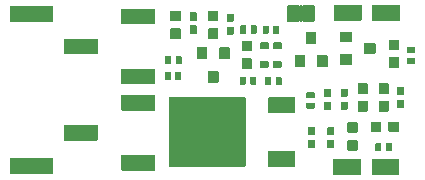
<source format=gbr>
G04 #@! TF.GenerationSoftware,KiCad,Pcbnew,(5.1.10)-1*
G04 #@! TF.CreationDate,2021-08-26T20:53:31-05:00*
G04 #@! TF.ProjectId,OGPsim,4f475073-696d-42e6-9b69-6361645f7063,rev?*
G04 #@! TF.SameCoordinates,Original*
G04 #@! TF.FileFunction,Soldermask,Top*
G04 #@! TF.FilePolarity,Negative*
%FSLAX46Y46*%
G04 Gerber Fmt 4.6, Leading zero omitted, Abs format (unit mm)*
G04 Created by KiCad (PCBNEW (5.1.10)-1) date 2021-08-26 20:53:31*
%MOMM*%
%LPD*%
G01*
G04 APERTURE LIST*
%ADD10C,0.100000*%
G04 APERTURE END LIST*
G36*
G01*
X151227600Y-89648600D02*
X150727600Y-89648600D01*
G75*
G02*
X150676600Y-89597600I0J51000D01*
G01*
X150676600Y-88997600D01*
G75*
G02*
X150727600Y-88946600I51000J0D01*
G01*
X151227600Y-88946600D01*
G75*
G02*
X151278600Y-88997600I0J-51000D01*
G01*
X151278600Y-89597600D01*
G75*
G02*
X151227600Y-89648600I-51000J0D01*
G01*
G37*
G36*
G01*
X151227600Y-88548600D02*
X150727600Y-88548600D01*
G75*
G02*
X150676600Y-88497600I0J51000D01*
G01*
X150676600Y-87897600D01*
G75*
G02*
X150727600Y-87846600I51000J0D01*
G01*
X151227600Y-87846600D01*
G75*
G02*
X151278600Y-87897600I0J-51000D01*
G01*
X151278600Y-88497600D01*
G75*
G02*
X151227600Y-88548600I-51000J0D01*
G01*
G37*
G36*
G01*
X155333000Y-90326400D02*
X155333000Y-90826400D01*
G75*
G02*
X155282000Y-90877400I-51000J0D01*
G01*
X154682000Y-90877400D01*
G75*
G02*
X154631000Y-90826400I0J51000D01*
G01*
X154631000Y-90326400D01*
G75*
G02*
X154682000Y-90275400I51000J0D01*
G01*
X155282000Y-90275400D01*
G75*
G02*
X155333000Y-90326400I0J-51000D01*
G01*
G37*
G36*
G01*
X154233000Y-90326400D02*
X154233000Y-90826400D01*
G75*
G02*
X154182000Y-90877400I-51000J0D01*
G01*
X153582000Y-90877400D01*
G75*
G02*
X153531000Y-90826400I0J51000D01*
G01*
X153531000Y-90326400D01*
G75*
G02*
X153582000Y-90275400I51000J0D01*
G01*
X154182000Y-90275400D01*
G75*
G02*
X154233000Y-90326400I0J-51000D01*
G01*
G37*
G36*
G01*
X153531000Y-92401200D02*
X153531000Y-91901200D01*
G75*
G02*
X153582000Y-91850200I51000J0D01*
G01*
X154182000Y-91850200D01*
G75*
G02*
X154233000Y-91901200I0J-51000D01*
G01*
X154233000Y-92401200D01*
G75*
G02*
X154182000Y-92452200I-51000J0D01*
G01*
X153582000Y-92452200D01*
G75*
G02*
X153531000Y-92401200I0J51000D01*
G01*
G37*
G36*
G01*
X154631000Y-92401200D02*
X154631000Y-91901200D01*
G75*
G02*
X154682000Y-91850200I51000J0D01*
G01*
X155282000Y-91850200D01*
G75*
G02*
X155333000Y-91901200I0J-51000D01*
G01*
X155333000Y-92401200D01*
G75*
G02*
X155282000Y-92452200I-51000J0D01*
G01*
X154682000Y-92452200D01*
G75*
G02*
X154631000Y-92401200I0J51000D01*
G01*
G37*
G36*
G01*
X164357400Y-96146200D02*
X163607400Y-96146200D01*
G75*
G02*
X163556400Y-96095200I0J51000D01*
G01*
X163556400Y-95295200D01*
G75*
G02*
X163607400Y-95244200I51000J0D01*
G01*
X164357400Y-95244200D01*
G75*
G02*
X164408400Y-95295200I0J-51000D01*
G01*
X164408400Y-96095200D01*
G75*
G02*
X164357400Y-96146200I-51000J0D01*
G01*
G37*
G36*
G01*
X164357400Y-94646200D02*
X163607400Y-94646200D01*
G75*
G02*
X163556400Y-94595200I0J51000D01*
G01*
X163556400Y-93795200D01*
G75*
G02*
X163607400Y-93744200I51000J0D01*
G01*
X164357400Y-93744200D01*
G75*
G02*
X164408400Y-93795200I0J-51000D01*
G01*
X164408400Y-94595200D01*
G75*
G02*
X164357400Y-94646200I-51000J0D01*
G01*
G37*
G36*
G01*
X165654800Y-94746200D02*
X165154800Y-94746200D01*
G75*
G02*
X165103800Y-94695200I0J51000D01*
G01*
X165103800Y-94095200D01*
G75*
G02*
X165154800Y-94044200I51000J0D01*
G01*
X165654800Y-94044200D01*
G75*
G02*
X165705800Y-94095200I0J-51000D01*
G01*
X165705800Y-94695200D01*
G75*
G02*
X165654800Y-94746200I-51000J0D01*
G01*
G37*
G36*
G01*
X165654800Y-95846200D02*
X165154800Y-95846200D01*
G75*
G02*
X165103800Y-95795200I0J51000D01*
G01*
X165103800Y-95195200D01*
G75*
G02*
X165154800Y-95144200I51000J0D01*
G01*
X165654800Y-95144200D01*
G75*
G02*
X165705800Y-95195200I0J-51000D01*
G01*
X165705800Y-95795200D01*
G75*
G02*
X165654800Y-95846200I-51000J0D01*
G01*
G37*
G36*
G01*
X148128800Y-88447000D02*
X147628800Y-88447000D01*
G75*
G02*
X147577800Y-88396000I0J51000D01*
G01*
X147577800Y-87796000D01*
G75*
G02*
X147628800Y-87745000I51000J0D01*
G01*
X148128800Y-87745000D01*
G75*
G02*
X148179800Y-87796000I0J-51000D01*
G01*
X148179800Y-88396000D01*
G75*
G02*
X148128800Y-88447000I-51000J0D01*
G01*
G37*
G36*
G01*
X148128800Y-89547000D02*
X147628800Y-89547000D01*
G75*
G02*
X147577800Y-89496000I0J51000D01*
G01*
X147577800Y-88896000D01*
G75*
G02*
X147628800Y-88845000I51000J0D01*
G01*
X148128800Y-88845000D01*
G75*
G02*
X148179800Y-88896000I0J-51000D01*
G01*
X148179800Y-89496000D01*
G75*
G02*
X148128800Y-89547000I-51000J0D01*
G01*
G37*
G36*
G01*
X160965800Y-97046200D02*
X161715800Y-97046200D01*
G75*
G02*
X161766800Y-97097200I0J-51000D01*
G01*
X161766800Y-97897200D01*
G75*
G02*
X161715800Y-97948200I-51000J0D01*
G01*
X160965800Y-97948200D01*
G75*
G02*
X160914800Y-97897200I0J51000D01*
G01*
X160914800Y-97097200D01*
G75*
G02*
X160965800Y-97046200I51000J0D01*
G01*
G37*
G36*
G01*
X160965800Y-98546200D02*
X161715800Y-98546200D01*
G75*
G02*
X161766800Y-98597200I0J-51000D01*
G01*
X161766800Y-99397200D01*
G75*
G02*
X161715800Y-99448200I-51000J0D01*
G01*
X160965800Y-99448200D01*
G75*
G02*
X160914800Y-99397200I0J51000D01*
G01*
X160914800Y-98597200D01*
G75*
G02*
X160965800Y-98546200I51000J0D01*
G01*
G37*
G36*
G01*
X159262000Y-98547800D02*
X159762000Y-98547800D01*
G75*
G02*
X159813000Y-98598800I0J-51000D01*
G01*
X159813000Y-99198800D01*
G75*
G02*
X159762000Y-99249800I-51000J0D01*
G01*
X159262000Y-99249800D01*
G75*
G02*
X159211000Y-99198800I0J51000D01*
G01*
X159211000Y-98598800D01*
G75*
G02*
X159262000Y-98547800I51000J0D01*
G01*
G37*
G36*
G01*
X159262000Y-97447800D02*
X159762000Y-97447800D01*
G75*
G02*
X159813000Y-97498800I0J-51000D01*
G01*
X159813000Y-98098800D01*
G75*
G02*
X159762000Y-98149800I-51000J0D01*
G01*
X159262000Y-98149800D01*
G75*
G02*
X159211000Y-98098800I0J51000D01*
G01*
X159211000Y-97498800D01*
G75*
G02*
X159262000Y-97447800I51000J0D01*
G01*
G37*
G36*
G01*
X157636400Y-98547800D02*
X158136400Y-98547800D01*
G75*
G02*
X158187400Y-98598800I0J-51000D01*
G01*
X158187400Y-99198800D01*
G75*
G02*
X158136400Y-99249800I-51000J0D01*
G01*
X157636400Y-99249800D01*
G75*
G02*
X157585400Y-99198800I0J51000D01*
G01*
X157585400Y-98598800D01*
G75*
G02*
X157636400Y-98547800I51000J0D01*
G01*
G37*
G36*
G01*
X157636400Y-97447800D02*
X158136400Y-97447800D01*
G75*
G02*
X158187400Y-97498800I0J-51000D01*
G01*
X158187400Y-98098800D01*
G75*
G02*
X158136400Y-98149800I-51000J0D01*
G01*
X157636400Y-98149800D01*
G75*
G02*
X157585400Y-98098800I0J51000D01*
G01*
X157585400Y-97498800D01*
G75*
G02*
X157636400Y-97447800I51000J0D01*
G01*
G37*
G36*
G01*
X162579400Y-94646200D02*
X161829400Y-94646200D01*
G75*
G02*
X161778400Y-94595200I0J51000D01*
G01*
X161778400Y-93795200D01*
G75*
G02*
X161829400Y-93744200I51000J0D01*
G01*
X162579400Y-93744200D01*
G75*
G02*
X162630400Y-93795200I0J-51000D01*
G01*
X162630400Y-94595200D01*
G75*
G02*
X162579400Y-94646200I-51000J0D01*
G01*
G37*
G36*
G01*
X162579400Y-96146200D02*
X161829400Y-96146200D01*
G75*
G02*
X161778400Y-96095200I0J51000D01*
G01*
X161778400Y-95295200D01*
G75*
G02*
X161829400Y-95244200I51000J0D01*
G01*
X162579400Y-95244200D01*
G75*
G02*
X162630400Y-95295200I0J-51000D01*
G01*
X162630400Y-96095200D01*
G75*
G02*
X162579400Y-96146200I-51000J0D01*
G01*
G37*
G36*
G01*
X160879600Y-95998600D02*
X160379600Y-95998600D01*
G75*
G02*
X160328600Y-95947600I0J51000D01*
G01*
X160328600Y-95347600D01*
G75*
G02*
X160379600Y-95296600I51000J0D01*
G01*
X160879600Y-95296600D01*
G75*
G02*
X160930600Y-95347600I0J-51000D01*
G01*
X160930600Y-95947600D01*
G75*
G02*
X160879600Y-95998600I-51000J0D01*
G01*
G37*
G36*
G01*
X160879600Y-94898600D02*
X160379600Y-94898600D01*
G75*
G02*
X160328600Y-94847600I0J51000D01*
G01*
X160328600Y-94247600D01*
G75*
G02*
X160379600Y-94196600I51000J0D01*
G01*
X160879600Y-94196600D01*
G75*
G02*
X160930600Y-94247600I0J-51000D01*
G01*
X160930600Y-94847600D01*
G75*
G02*
X160879600Y-94898600I-51000J0D01*
G01*
G37*
G36*
G01*
X159457200Y-94898600D02*
X158957200Y-94898600D01*
G75*
G02*
X158906200Y-94847600I0J51000D01*
G01*
X158906200Y-94247600D01*
G75*
G02*
X158957200Y-94196600I51000J0D01*
G01*
X159457200Y-94196600D01*
G75*
G02*
X159508200Y-94247600I0J-51000D01*
G01*
X159508200Y-94847600D01*
G75*
G02*
X159457200Y-94898600I-51000J0D01*
G01*
G37*
G36*
G01*
X159457200Y-95998600D02*
X158957200Y-95998600D01*
G75*
G02*
X158906200Y-95947600I0J51000D01*
G01*
X158906200Y-95347600D01*
G75*
G02*
X158957200Y-95296600I51000J0D01*
G01*
X159457200Y-95296600D01*
G75*
G02*
X159508200Y-95347600I0J-51000D01*
G01*
X159508200Y-95947600D01*
G75*
G02*
X159457200Y-95998600I-51000J0D01*
G01*
G37*
G36*
G01*
X152025000Y-91637400D02*
X152775000Y-91637400D01*
G75*
G02*
X152826000Y-91688400I0J-51000D01*
G01*
X152826000Y-92488400D01*
G75*
G02*
X152775000Y-92539400I-51000J0D01*
G01*
X152025000Y-92539400D01*
G75*
G02*
X151974000Y-92488400I0J51000D01*
G01*
X151974000Y-91688400D01*
G75*
G02*
X152025000Y-91637400I51000J0D01*
G01*
G37*
G36*
G01*
X152025000Y-90137400D02*
X152775000Y-90137400D01*
G75*
G02*
X152826000Y-90188400I0J-51000D01*
G01*
X152826000Y-90988400D01*
G75*
G02*
X152775000Y-91039400I-51000J0D01*
G01*
X152025000Y-91039400D01*
G75*
G02*
X151974000Y-90988400I0J51000D01*
G01*
X151974000Y-90188400D01*
G75*
G02*
X152025000Y-90137400I51000J0D01*
G01*
G37*
G36*
G01*
X149930200Y-89999400D02*
X149180200Y-89999400D01*
G75*
G02*
X149129200Y-89948400I0J51000D01*
G01*
X149129200Y-89148400D01*
G75*
G02*
X149180200Y-89097400I51000J0D01*
G01*
X149930200Y-89097400D01*
G75*
G02*
X149981200Y-89148400I0J-51000D01*
G01*
X149981200Y-89948400D01*
G75*
G02*
X149930200Y-89999400I-51000J0D01*
G01*
G37*
G36*
G01*
X149930200Y-88499400D02*
X149180200Y-88499400D01*
G75*
G02*
X149129200Y-88448400I0J51000D01*
G01*
X149129200Y-87648400D01*
G75*
G02*
X149180200Y-87597400I51000J0D01*
G01*
X149930200Y-87597400D01*
G75*
G02*
X149981200Y-87648400I0J-51000D01*
G01*
X149981200Y-88448400D01*
G75*
G02*
X149930200Y-88499400I-51000J0D01*
G01*
G37*
G36*
G01*
X164471000Y-91535800D02*
X165221000Y-91535800D01*
G75*
G02*
X165272000Y-91586800I0J-51000D01*
G01*
X165272000Y-92386800D01*
G75*
G02*
X165221000Y-92437800I-51000J0D01*
G01*
X164471000Y-92437800D01*
G75*
G02*
X164420000Y-92386800I0J51000D01*
G01*
X164420000Y-91586800D01*
G75*
G02*
X164471000Y-91535800I51000J0D01*
G01*
G37*
G36*
G01*
X164471000Y-90035800D02*
X165221000Y-90035800D01*
G75*
G02*
X165272000Y-90086800I0J-51000D01*
G01*
X165272000Y-90886800D01*
G75*
G02*
X165221000Y-90937800I-51000J0D01*
G01*
X164471000Y-90937800D01*
G75*
G02*
X164420000Y-90886800I0J51000D01*
G01*
X164420000Y-90086800D01*
G75*
G02*
X164471000Y-90035800I51000J0D01*
G01*
G37*
G36*
G01*
X146729800Y-89999400D02*
X145979800Y-89999400D01*
G75*
G02*
X145928800Y-89948400I0J51000D01*
G01*
X145928800Y-89148400D01*
G75*
G02*
X145979800Y-89097400I51000J0D01*
G01*
X146729800Y-89097400D01*
G75*
G02*
X146780800Y-89148400I0J-51000D01*
G01*
X146780800Y-89948400D01*
G75*
G02*
X146729800Y-89999400I-51000J0D01*
G01*
G37*
G36*
G01*
X146729800Y-88499400D02*
X145979800Y-88499400D01*
G75*
G02*
X145928800Y-88448400I0J51000D01*
G01*
X145928800Y-87648400D01*
G75*
G02*
X145979800Y-87597400I51000J0D01*
G01*
X146729800Y-87597400D01*
G75*
G02*
X146780800Y-87648400I0J-51000D01*
G01*
X146780800Y-88448400D01*
G75*
G02*
X146729800Y-88499400I-51000J0D01*
G01*
G37*
G36*
G01*
X163785000Y-97059400D02*
X163785000Y-97809400D01*
G75*
G02*
X163734000Y-97860400I-51000J0D01*
G01*
X162934000Y-97860400D01*
G75*
G02*
X162883000Y-97809400I0J51000D01*
G01*
X162883000Y-97059400D01*
G75*
G02*
X162934000Y-97008400I51000J0D01*
G01*
X163734000Y-97008400D01*
G75*
G02*
X163785000Y-97059400I0J-51000D01*
G01*
G37*
G36*
G01*
X165285000Y-97059400D02*
X165285000Y-97809400D01*
G75*
G02*
X165234000Y-97860400I-51000J0D01*
G01*
X164434000Y-97860400D01*
G75*
G02*
X164383000Y-97809400I0J51000D01*
G01*
X164383000Y-97059400D01*
G75*
G02*
X164434000Y-97008400I51000J0D01*
G01*
X165234000Y-97008400D01*
G75*
G02*
X165285000Y-97059400I0J-51000D01*
G01*
G37*
G36*
G01*
X149155200Y-92701000D02*
X149955200Y-92701000D01*
G75*
G02*
X150006200Y-92752000I0J-51000D01*
G01*
X150006200Y-93652000D01*
G75*
G02*
X149955200Y-93703000I-51000J0D01*
G01*
X149155200Y-93703000D01*
G75*
G02*
X149104200Y-93652000I0J51000D01*
G01*
X149104200Y-92752000D01*
G75*
G02*
X149155200Y-92701000I51000J0D01*
G01*
G37*
G36*
G01*
X148205200Y-90701000D02*
X149005200Y-90701000D01*
G75*
G02*
X149056200Y-90752000I0J-51000D01*
G01*
X149056200Y-91652000D01*
G75*
G02*
X149005200Y-91703000I-51000J0D01*
G01*
X148205200Y-91703000D01*
G75*
G02*
X148154200Y-91652000I0J51000D01*
G01*
X148154200Y-90752000D01*
G75*
G02*
X148205200Y-90701000I51000J0D01*
G01*
G37*
G36*
G01*
X150105200Y-90701000D02*
X150905200Y-90701000D01*
G75*
G02*
X150956200Y-90752000I0J-51000D01*
G01*
X150956200Y-91652000D01*
G75*
G02*
X150905200Y-91703000I-51000J0D01*
G01*
X150105200Y-91703000D01*
G75*
G02*
X150054200Y-91652000I0J51000D01*
G01*
X150054200Y-90752000D01*
G75*
G02*
X150105200Y-90701000I51000J0D01*
G01*
G37*
G36*
G01*
X158235600Y-90382200D02*
X157435600Y-90382200D01*
G75*
G02*
X157384600Y-90331200I0J51000D01*
G01*
X157384600Y-89431200D01*
G75*
G02*
X157435600Y-89380200I51000J0D01*
G01*
X158235600Y-89380200D01*
G75*
G02*
X158286600Y-89431200I0J-51000D01*
G01*
X158286600Y-90331200D01*
G75*
G02*
X158235600Y-90382200I-51000J0D01*
G01*
G37*
G36*
G01*
X159185600Y-92382200D02*
X158385600Y-92382200D01*
G75*
G02*
X158334600Y-92331200I0J51000D01*
G01*
X158334600Y-91431200D01*
G75*
G02*
X158385600Y-91380200I51000J0D01*
G01*
X159185600Y-91380200D01*
G75*
G02*
X159236600Y-91431200I0J-51000D01*
G01*
X159236600Y-92331200D01*
G75*
G02*
X159185600Y-92382200I-51000J0D01*
G01*
G37*
G36*
G01*
X157285600Y-92382200D02*
X156485600Y-92382200D01*
G75*
G02*
X156434600Y-92331200I0J51000D01*
G01*
X156434600Y-91431200D01*
G75*
G02*
X156485600Y-91380200I51000J0D01*
G01*
X157285600Y-91380200D01*
G75*
G02*
X157336600Y-91431200I0J-51000D01*
G01*
X157336600Y-92331200D01*
G75*
G02*
X157285600Y-92382200I-51000J0D01*
G01*
G37*
G36*
G01*
X160297000Y-90229600D02*
X160297000Y-89429600D01*
G75*
G02*
X160348000Y-89378600I51000J0D01*
G01*
X161248000Y-89378600D01*
G75*
G02*
X161299000Y-89429600I0J-51000D01*
G01*
X161299000Y-90229600D01*
G75*
G02*
X161248000Y-90280600I-51000J0D01*
G01*
X160348000Y-90280600D01*
G75*
G02*
X160297000Y-90229600I0J51000D01*
G01*
G37*
G36*
G01*
X160297000Y-92129600D02*
X160297000Y-91329600D01*
G75*
G02*
X160348000Y-91278600I51000J0D01*
G01*
X161248000Y-91278600D01*
G75*
G02*
X161299000Y-91329600I0J-51000D01*
G01*
X161299000Y-92129600D01*
G75*
G02*
X161248000Y-92180600I-51000J0D01*
G01*
X160348000Y-92180600D01*
G75*
G02*
X160297000Y-92129600I0J51000D01*
G01*
G37*
G36*
G01*
X162297000Y-91179600D02*
X162297000Y-90379600D01*
G75*
G02*
X162348000Y-90328600I51000J0D01*
G01*
X163248000Y-90328600D01*
G75*
G02*
X163299000Y-90379600I0J-51000D01*
G01*
X163299000Y-91179600D01*
G75*
G02*
X163248000Y-91230600I-51000J0D01*
G01*
X162348000Y-91230600D01*
G75*
G02*
X162297000Y-91179600I0J51000D01*
G01*
G37*
G36*
G01*
X166619200Y-91190200D02*
X166019200Y-91190200D01*
G75*
G02*
X165968200Y-91139200I0J51000D01*
G01*
X165968200Y-90739200D01*
G75*
G02*
X166019200Y-90688200I51000J0D01*
G01*
X166619200Y-90688200D01*
G75*
G02*
X166670200Y-90739200I0J-51000D01*
G01*
X166670200Y-91139200D01*
G75*
G02*
X166619200Y-91190200I-51000J0D01*
G01*
G37*
G36*
G01*
X166619200Y-92090200D02*
X166019200Y-92090200D01*
G75*
G02*
X165968200Y-92039200I0J51000D01*
G01*
X165968200Y-91639200D01*
G75*
G02*
X166019200Y-91588200I51000J0D01*
G01*
X166619200Y-91588200D01*
G75*
G02*
X166670200Y-91639200I0J-51000D01*
G01*
X166670200Y-92039200D01*
G75*
G02*
X166619200Y-92090200I-51000J0D01*
G01*
G37*
G36*
G01*
X152333080Y-88894640D02*
X152333080Y-89494640D01*
G75*
G02*
X152282080Y-89545640I-51000J0D01*
G01*
X151882080Y-89545640D01*
G75*
G02*
X151831080Y-89494640I0J51000D01*
G01*
X151831080Y-88894640D01*
G75*
G02*
X151882080Y-88843640I51000J0D01*
G01*
X152282080Y-88843640D01*
G75*
G02*
X152333080Y-88894640I0J-51000D01*
G01*
G37*
G36*
G01*
X153233080Y-88894640D02*
X153233080Y-89494640D01*
G75*
G02*
X153182080Y-89545640I-51000J0D01*
G01*
X152782080Y-89545640D01*
G75*
G02*
X152731080Y-89494640I0J51000D01*
G01*
X152731080Y-88894640D01*
G75*
G02*
X152782080Y-88843640I51000J0D01*
G01*
X153182080Y-88843640D01*
G75*
G02*
X153233080Y-88894640I0J-51000D01*
G01*
G37*
G36*
G01*
X153202600Y-93222800D02*
X153202600Y-93822800D01*
G75*
G02*
X153151600Y-93873800I-51000J0D01*
G01*
X152751600Y-93873800D01*
G75*
G02*
X152700600Y-93822800I0J51000D01*
G01*
X152700600Y-93222800D01*
G75*
G02*
X152751600Y-93171800I51000J0D01*
G01*
X153151600Y-93171800D01*
G75*
G02*
X153202600Y-93222800I0J-51000D01*
G01*
G37*
G36*
G01*
X152302600Y-93222800D02*
X152302600Y-93822800D01*
G75*
G02*
X152251600Y-93873800I-51000J0D01*
G01*
X151851600Y-93873800D01*
G75*
G02*
X151800600Y-93822800I0J51000D01*
G01*
X151800600Y-93222800D01*
G75*
G02*
X151851600Y-93171800I51000J0D01*
G01*
X152251600Y-93171800D01*
G75*
G02*
X152302600Y-93222800I0J-51000D01*
G01*
G37*
G36*
G01*
X154436200Y-93273600D02*
X154436200Y-93873600D01*
G75*
G02*
X154385200Y-93924600I-51000J0D01*
G01*
X153985200Y-93924600D01*
G75*
G02*
X153934200Y-93873600I0J51000D01*
G01*
X153934200Y-93273600D01*
G75*
G02*
X153985200Y-93222600I51000J0D01*
G01*
X154385200Y-93222600D01*
G75*
G02*
X154436200Y-93273600I0J-51000D01*
G01*
G37*
G36*
G01*
X155336200Y-93273600D02*
X155336200Y-93873600D01*
G75*
G02*
X155285200Y-93924600I-51000J0D01*
G01*
X154885200Y-93924600D01*
G75*
G02*
X154834200Y-93873600I0J51000D01*
G01*
X154834200Y-93273600D01*
G75*
G02*
X154885200Y-93222600I51000J0D01*
G01*
X155285200Y-93222600D01*
G75*
G02*
X155336200Y-93273600I0J-51000D01*
G01*
G37*
G36*
G01*
X145465840Y-92080360D02*
X145465840Y-91480360D01*
G75*
G02*
X145516840Y-91429360I51000J0D01*
G01*
X145916840Y-91429360D01*
G75*
G02*
X145967840Y-91480360I0J-51000D01*
G01*
X145967840Y-92080360D01*
G75*
G02*
X145916840Y-92131360I-51000J0D01*
G01*
X145516840Y-92131360D01*
G75*
G02*
X145465840Y-92080360I0J51000D01*
G01*
G37*
G36*
G01*
X146365840Y-92080360D02*
X146365840Y-91480360D01*
G75*
G02*
X146416840Y-91429360I51000J0D01*
G01*
X146816840Y-91429360D01*
G75*
G02*
X146867840Y-91480360I0J-51000D01*
G01*
X146867840Y-92080360D01*
G75*
G02*
X146816840Y-92131360I-51000J0D01*
G01*
X146416840Y-92131360D01*
G75*
G02*
X146365840Y-92080360I0J51000D01*
G01*
G37*
G36*
G01*
X164181400Y-99461600D02*
X164181400Y-98861600D01*
G75*
G02*
X164232400Y-98810600I51000J0D01*
G01*
X164632400Y-98810600D01*
G75*
G02*
X164683400Y-98861600I0J-51000D01*
G01*
X164683400Y-99461600D01*
G75*
G02*
X164632400Y-99512600I-51000J0D01*
G01*
X164232400Y-99512600D01*
G75*
G02*
X164181400Y-99461600I0J51000D01*
G01*
G37*
G36*
G01*
X163281400Y-99461600D02*
X163281400Y-98861600D01*
G75*
G02*
X163332400Y-98810600I51000J0D01*
G01*
X163732400Y-98810600D01*
G75*
G02*
X163783400Y-98861600I0J-51000D01*
G01*
X163783400Y-99461600D01*
G75*
G02*
X163732400Y-99512600I-51000J0D01*
G01*
X163332400Y-99512600D01*
G75*
G02*
X163281400Y-99461600I0J51000D01*
G01*
G37*
G36*
G01*
X158084800Y-95900200D02*
X157484800Y-95900200D01*
G75*
G02*
X157433800Y-95849200I0J51000D01*
G01*
X157433800Y-95449200D01*
G75*
G02*
X157484800Y-95398200I51000J0D01*
G01*
X158084800Y-95398200D01*
G75*
G02*
X158135800Y-95449200I0J-51000D01*
G01*
X158135800Y-95849200D01*
G75*
G02*
X158084800Y-95900200I-51000J0D01*
G01*
G37*
G36*
G01*
X158084800Y-95000200D02*
X157484800Y-95000200D01*
G75*
G02*
X157433800Y-94949200I0J51000D01*
G01*
X157433800Y-94549200D01*
G75*
G02*
X157484800Y-94498200I51000J0D01*
G01*
X158084800Y-94498200D01*
G75*
G02*
X158135800Y-94549200I0J-51000D01*
G01*
X158135800Y-94949200D01*
G75*
G02*
X158084800Y-95000200I-51000J0D01*
G01*
G37*
G36*
G01*
X155133000Y-88904800D02*
X155133000Y-89504800D01*
G75*
G02*
X155082000Y-89555800I-51000J0D01*
G01*
X154682000Y-89555800D01*
G75*
G02*
X154631000Y-89504800I0J51000D01*
G01*
X154631000Y-88904800D01*
G75*
G02*
X154682000Y-88853800I51000J0D01*
G01*
X155082000Y-88853800D01*
G75*
G02*
X155133000Y-88904800I0J-51000D01*
G01*
G37*
G36*
G01*
X154233000Y-88904800D02*
X154233000Y-89504800D01*
G75*
G02*
X154182000Y-89555800I-51000J0D01*
G01*
X153782000Y-89555800D01*
G75*
G02*
X153731000Y-89504800I0J51000D01*
G01*
X153731000Y-88904800D01*
G75*
G02*
X153782000Y-88853800I51000J0D01*
G01*
X154182000Y-88853800D01*
G75*
G02*
X154233000Y-88904800I0J-51000D01*
G01*
G37*
G36*
G01*
X141791800Y-87441200D02*
X144581800Y-87441200D01*
G75*
G02*
X144632800Y-87492200I0J-51000D01*
G01*
X144632800Y-88682200D01*
G75*
G02*
X144581800Y-88733200I-51000J0D01*
G01*
X141791800Y-88733200D01*
G75*
G02*
X141740800Y-88682200I0J51000D01*
G01*
X141740800Y-87492200D01*
G75*
G02*
X141791800Y-87441200I51000J0D01*
G01*
G37*
G36*
G01*
X136951800Y-89981200D02*
X139741800Y-89981200D01*
G75*
G02*
X139792800Y-90032200I0J-51000D01*
G01*
X139792800Y-91222200D01*
G75*
G02*
X139741800Y-91273200I-51000J0D01*
G01*
X136951800Y-91273200D01*
G75*
G02*
X136900800Y-91222200I0J51000D01*
G01*
X136900800Y-90032200D01*
G75*
G02*
X136951800Y-89981200I51000J0D01*
G01*
G37*
G36*
G01*
X141791800Y-92521200D02*
X144581800Y-92521200D01*
G75*
G02*
X144632800Y-92572200I0J-51000D01*
G01*
X144632800Y-93762200D01*
G75*
G02*
X144581800Y-93813200I-51000J0D01*
G01*
X141791800Y-93813200D01*
G75*
G02*
X141740800Y-93762200I0J51000D01*
G01*
X141740800Y-92572200D01*
G75*
G02*
X141791800Y-92521200I51000J0D01*
G01*
G37*
G36*
G01*
X141791800Y-99836400D02*
X144581800Y-99836400D01*
G75*
G02*
X144632800Y-99887400I0J-51000D01*
G01*
X144632800Y-101077400D01*
G75*
G02*
X144581800Y-101128400I-51000J0D01*
G01*
X141791800Y-101128400D01*
G75*
G02*
X141740800Y-101077400I0J51000D01*
G01*
X141740800Y-99887400D01*
G75*
G02*
X141791800Y-99836400I51000J0D01*
G01*
G37*
G36*
G01*
X136951800Y-97296400D02*
X139741800Y-97296400D01*
G75*
G02*
X139792800Y-97347400I0J-51000D01*
G01*
X139792800Y-98537400D01*
G75*
G02*
X139741800Y-98588400I-51000J0D01*
G01*
X136951800Y-98588400D01*
G75*
G02*
X136900800Y-98537400I0J51000D01*
G01*
X136900800Y-97347400D01*
G75*
G02*
X136951800Y-97296400I51000J0D01*
G01*
G37*
G36*
G01*
X141791800Y-94756400D02*
X144581800Y-94756400D01*
G75*
G02*
X144632800Y-94807400I0J-51000D01*
G01*
X144632800Y-95997400D01*
G75*
G02*
X144581800Y-96048400I-51000J0D01*
G01*
X141791800Y-96048400D01*
G75*
G02*
X141740800Y-95997400I0J51000D01*
G01*
X141740800Y-94807400D01*
G75*
G02*
X141791800Y-94756400I51000J0D01*
G01*
G37*
G36*
G01*
X152293999Y-94971798D02*
X152293999Y-100771800D01*
G75*
G02*
X152243000Y-100822799I-50999J0D01*
G01*
X145842998Y-100822799D01*
G75*
G02*
X145791999Y-100771800I0J50999D01*
G01*
X145791999Y-94971798D01*
G75*
G02*
X145842998Y-94920799I50999J0D01*
G01*
X152243000Y-94920799D01*
G75*
G02*
X152293999Y-94971798I0J-50999D01*
G01*
G37*
G36*
G01*
X156493999Y-94991798D02*
X156493999Y-96191800D01*
G75*
G02*
X156443000Y-96242799I-50999J0D01*
G01*
X154242998Y-96242799D01*
G75*
G02*
X154191999Y-96191800I0J50999D01*
G01*
X154191999Y-94991798D01*
G75*
G02*
X154242998Y-94940799I50999J0D01*
G01*
X156443000Y-94940799D01*
G75*
G02*
X156493999Y-94991798I0J-50999D01*
G01*
G37*
G36*
G01*
X156493999Y-99551798D02*
X156493999Y-100751800D01*
G75*
G02*
X156443000Y-100802799I-50999J0D01*
G01*
X154242998Y-100802799D01*
G75*
G02*
X154191999Y-100751800I0J50999D01*
G01*
X154191999Y-99551798D01*
G75*
G02*
X154242998Y-99500799I50999J0D01*
G01*
X156443000Y-99500799D01*
G75*
G02*
X156493999Y-99551798I0J-50999D01*
G01*
G37*
G36*
G01*
X146350600Y-93416400D02*
X146350600Y-92816400D01*
G75*
G02*
X146401600Y-92765400I51000J0D01*
G01*
X146801600Y-92765400D01*
G75*
G02*
X146852600Y-92816400I0J-51000D01*
G01*
X146852600Y-93416400D01*
G75*
G02*
X146801600Y-93467400I-51000J0D01*
G01*
X146401600Y-93467400D01*
G75*
G02*
X146350600Y-93416400I0J51000D01*
G01*
G37*
G36*
G01*
X145450600Y-93416400D02*
X145450600Y-92816400D01*
G75*
G02*
X145501600Y-92765400I51000J0D01*
G01*
X145901600Y-92765400D01*
G75*
G02*
X145952600Y-92816400I0J-51000D01*
G01*
X145952600Y-93416400D01*
G75*
G02*
X145901600Y-93467400I-51000J0D01*
G01*
X145501600Y-93467400D01*
G75*
G02*
X145450600Y-93416400I0J51000D01*
G01*
G37*
G36*
G01*
X135917800Y-88570000D02*
X134947800Y-88570000D01*
G75*
G02*
X134896800Y-88519000I0J51000D01*
G01*
X134896800Y-87249000D01*
G75*
G02*
X134947800Y-87198000I51000J0D01*
G01*
X135917800Y-87198000D01*
G75*
G02*
X135968800Y-87249000I0J-51000D01*
G01*
X135968800Y-88519000D01*
G75*
G02*
X135917800Y-88570000I-51000J0D01*
G01*
G37*
G36*
G01*
X134647800Y-88570000D02*
X133677800Y-88570000D01*
G75*
G02*
X133626800Y-88519000I0J51000D01*
G01*
X133626800Y-87249000D01*
G75*
G02*
X133677800Y-87198000I51000J0D01*
G01*
X134647800Y-87198000D01*
G75*
G02*
X134698800Y-87249000I0J-51000D01*
G01*
X134698800Y-88519000D01*
G75*
G02*
X134647800Y-88570000I-51000J0D01*
G01*
G37*
G36*
G01*
X133377800Y-88570000D02*
X132407800Y-88570000D01*
G75*
G02*
X132356800Y-88519000I0J51000D01*
G01*
X132356800Y-87249000D01*
G75*
G02*
X132407800Y-87198000I51000J0D01*
G01*
X133377800Y-87198000D01*
G75*
G02*
X133428800Y-87249000I0J-51000D01*
G01*
X133428800Y-88519000D01*
G75*
G02*
X133377800Y-88570000I-51000J0D01*
G01*
G37*
G36*
G01*
X133377800Y-101422400D02*
X132407800Y-101422400D01*
G75*
G02*
X132356800Y-101371400I0J51000D01*
G01*
X132356800Y-100101400D01*
G75*
G02*
X132407800Y-100050400I51000J0D01*
G01*
X133377800Y-100050400D01*
G75*
G02*
X133428800Y-100101400I0J-51000D01*
G01*
X133428800Y-101371400D01*
G75*
G02*
X133377800Y-101422400I-51000J0D01*
G01*
G37*
G36*
G01*
X134647800Y-101422400D02*
X133677800Y-101422400D01*
G75*
G02*
X133626800Y-101371400I0J51000D01*
G01*
X133626800Y-100101400D01*
G75*
G02*
X133677800Y-100050400I51000J0D01*
G01*
X134647800Y-100050400D01*
G75*
G02*
X134698800Y-100101400I0J-51000D01*
G01*
X134698800Y-101371400D01*
G75*
G02*
X134647800Y-101422400I-51000J0D01*
G01*
G37*
G36*
G01*
X135917800Y-101422400D02*
X134947800Y-101422400D01*
G75*
G02*
X134896800Y-101371400I0J51000D01*
G01*
X134896800Y-100101400D01*
G75*
G02*
X134947800Y-100050400I51000J0D01*
G01*
X135917800Y-100050400D01*
G75*
G02*
X135968800Y-100101400I0J-51000D01*
G01*
X135968800Y-101371400D01*
G75*
G02*
X135917800Y-101422400I-51000J0D01*
G01*
G37*
G36*
G01*
X162059400Y-88468400D02*
X161089400Y-88468400D01*
G75*
G02*
X161038400Y-88417400I0J51000D01*
G01*
X161038400Y-87147400D01*
G75*
G02*
X161089400Y-87096400I51000J0D01*
G01*
X162059400Y-87096400D01*
G75*
G02*
X162110400Y-87147400I0J-51000D01*
G01*
X162110400Y-88417400D01*
G75*
G02*
X162059400Y-88468400I-51000J0D01*
G01*
G37*
G36*
G01*
X160779400Y-88468400D02*
X159809400Y-88468400D01*
G75*
G02*
X159758400Y-88417400I0J51000D01*
G01*
X159758400Y-87147400D01*
G75*
G02*
X159809400Y-87096400I51000J0D01*
G01*
X160779400Y-87096400D01*
G75*
G02*
X160830400Y-87147400I0J-51000D01*
G01*
X160830400Y-88417400D01*
G75*
G02*
X160779400Y-88468400I-51000J0D01*
G01*
G37*
G36*
G01*
X160728600Y-101512601D02*
X159758600Y-101512601D01*
G75*
G02*
X159707600Y-101461601I0J51000D01*
G01*
X159707600Y-100191601D01*
G75*
G02*
X159758600Y-100140601I51000J0D01*
G01*
X160728600Y-100140601D01*
G75*
G02*
X160779600Y-100191601I0J-51000D01*
G01*
X160779600Y-101461601D01*
G75*
G02*
X160728600Y-101512601I-51000J0D01*
G01*
G37*
G36*
G01*
X162008600Y-101512601D02*
X161038600Y-101512601D01*
G75*
G02*
X160987600Y-101461601I0J51000D01*
G01*
X160987600Y-100191601D01*
G75*
G02*
X161038600Y-100140601I51000J0D01*
G01*
X162008600Y-100140601D01*
G75*
G02*
X162059600Y-100191601I0J-51000D01*
G01*
X162059600Y-101461601D01*
G75*
G02*
X162008600Y-101512601I-51000J0D01*
G01*
G37*
G36*
G01*
X165310600Y-88468400D02*
X164340600Y-88468400D01*
G75*
G02*
X164289600Y-88417400I0J51000D01*
G01*
X164289600Y-87147400D01*
G75*
G02*
X164340600Y-87096400I51000J0D01*
G01*
X165310600Y-87096400D01*
G75*
G02*
X165361600Y-87147400I0J-51000D01*
G01*
X165361600Y-88417400D01*
G75*
G02*
X165310600Y-88468400I-51000J0D01*
G01*
G37*
G36*
G01*
X164030600Y-88468400D02*
X163060600Y-88468400D01*
G75*
G02*
X163009600Y-88417400I0J51000D01*
G01*
X163009600Y-87147400D01*
G75*
G02*
X163060600Y-87096400I51000J0D01*
G01*
X164030600Y-87096400D01*
G75*
G02*
X164081600Y-87147400I0J-51000D01*
G01*
X164081600Y-88417400D01*
G75*
G02*
X164030600Y-88468400I-51000J0D01*
G01*
G37*
G36*
G01*
X163979800Y-101512601D02*
X163009800Y-101512601D01*
G75*
G02*
X162958800Y-101461601I0J51000D01*
G01*
X162958800Y-100191601D01*
G75*
G02*
X163009800Y-100140601I51000J0D01*
G01*
X163979800Y-100140601D01*
G75*
G02*
X164030800Y-100191601I0J-51000D01*
G01*
X164030800Y-101461601D01*
G75*
G02*
X163979800Y-101512601I-51000J0D01*
G01*
G37*
G36*
G01*
X165259800Y-101512601D02*
X164289800Y-101512601D01*
G75*
G02*
X164238800Y-101461601I0J51000D01*
G01*
X164238800Y-100191601D01*
G75*
G02*
X164289800Y-100140601I51000J0D01*
G01*
X165259800Y-100140601D01*
G75*
G02*
X165310800Y-100191601I0J-51000D01*
G01*
X165310800Y-101461601D01*
G75*
G02*
X165259800Y-101512601I-51000J0D01*
G01*
G37*
G36*
G01*
X155847000Y-87147200D02*
X156817000Y-87147200D01*
G75*
G02*
X156868000Y-87198200I0J-51000D01*
G01*
X156868000Y-88468200D01*
G75*
G02*
X156817000Y-88519200I-51000J0D01*
G01*
X155847000Y-88519200D01*
G75*
G02*
X155796000Y-88468200I0J51000D01*
G01*
X155796000Y-87198200D01*
G75*
G02*
X155847000Y-87147200I51000J0D01*
G01*
G37*
G36*
G01*
X157127000Y-87147200D02*
X158097000Y-87147200D01*
G75*
G02*
X158148000Y-87198200I0J-51000D01*
G01*
X158148000Y-88468200D01*
G75*
G02*
X158097000Y-88519200I-51000J0D01*
G01*
X157127000Y-88519200D01*
G75*
G02*
X157076000Y-88468200I0J51000D01*
G01*
X157076000Y-87198200D01*
G75*
G02*
X157127000Y-87147200I51000J0D01*
G01*
G37*
D10*
G36*
X164240532Y-100139601D02*
G01*
X164240800Y-100140601D01*
X164240800Y-101512601D01*
X164239800Y-101514333D01*
X164238800Y-101514601D01*
X164030800Y-101514601D01*
X164029068Y-101513601D01*
X164028800Y-101512601D01*
X164028800Y-100140601D01*
X164029800Y-100138869D01*
X164030800Y-100138601D01*
X164238800Y-100138601D01*
X164240532Y-100139601D01*
G37*
G36*
X160989332Y-100139601D02*
G01*
X160989600Y-100140601D01*
X160989600Y-101512601D01*
X160988600Y-101514333D01*
X160987600Y-101514601D01*
X160779600Y-101514601D01*
X160777868Y-101513601D01*
X160777600Y-101512601D01*
X160777600Y-100140601D01*
X160778600Y-100138869D01*
X160779600Y-100138601D01*
X160987600Y-100138601D01*
X160989332Y-100139601D01*
G37*
G36*
X134898532Y-100049400D02*
G01*
X134898800Y-100050400D01*
X134898800Y-101422400D01*
X134897800Y-101424132D01*
X134896800Y-101424400D01*
X134698800Y-101424400D01*
X134697068Y-101423400D01*
X134696800Y-101422400D01*
X134696800Y-100050400D01*
X134697800Y-100048668D01*
X134698800Y-100048400D01*
X134896800Y-100048400D01*
X134898532Y-100049400D01*
G37*
G36*
X133628532Y-100049400D02*
G01*
X133628800Y-100050400D01*
X133628800Y-101422400D01*
X133627800Y-101424132D01*
X133626800Y-101424400D01*
X133428800Y-101424400D01*
X133427068Y-101423400D01*
X133426800Y-101422400D01*
X133426800Y-100050400D01*
X133427800Y-100048668D01*
X133428800Y-100048400D01*
X133626800Y-100048400D01*
X133628532Y-100049400D01*
G37*
G36*
X134898532Y-87197000D02*
G01*
X134898800Y-87198000D01*
X134898800Y-88570000D01*
X134897800Y-88571732D01*
X134896800Y-88572000D01*
X134698800Y-88572000D01*
X134697068Y-88571000D01*
X134696800Y-88570000D01*
X134696800Y-87198000D01*
X134697800Y-87196268D01*
X134698800Y-87196000D01*
X134896800Y-87196000D01*
X134898532Y-87197000D01*
G37*
G36*
X133628532Y-87197000D02*
G01*
X133628800Y-87198000D01*
X133628800Y-88570000D01*
X133627800Y-88571732D01*
X133626800Y-88572000D01*
X133428800Y-88572000D01*
X133427068Y-88571000D01*
X133426800Y-88570000D01*
X133426800Y-87198000D01*
X133427800Y-87196268D01*
X133428800Y-87196000D01*
X133626800Y-87196000D01*
X133628532Y-87197000D01*
G37*
G36*
X157077732Y-87146200D02*
G01*
X157078000Y-87147200D01*
X157078000Y-88519200D01*
X157077000Y-88520932D01*
X157076000Y-88521200D01*
X156868000Y-88521200D01*
X156866268Y-88520200D01*
X156866000Y-88519200D01*
X156866000Y-87147200D01*
X156867000Y-87145468D01*
X156868000Y-87145200D01*
X157076000Y-87145200D01*
X157077732Y-87146200D01*
G37*
G36*
X161040132Y-87095400D02*
G01*
X161040400Y-87096400D01*
X161040400Y-88468400D01*
X161039400Y-88470132D01*
X161038400Y-88470400D01*
X160830400Y-88470400D01*
X160828668Y-88469400D01*
X160828400Y-88468400D01*
X160828400Y-87096400D01*
X160829400Y-87094668D01*
X160830400Y-87094400D01*
X161038400Y-87094400D01*
X161040132Y-87095400D01*
G37*
G36*
X164291332Y-87095400D02*
G01*
X164291600Y-87096400D01*
X164291600Y-88468400D01*
X164290600Y-88470132D01*
X164289600Y-88470400D01*
X164081600Y-88470400D01*
X164079868Y-88469400D01*
X164079600Y-88468400D01*
X164079600Y-87096400D01*
X164080600Y-87094668D01*
X164081600Y-87094400D01*
X164289600Y-87094400D01*
X164291332Y-87095400D01*
G37*
M02*

</source>
